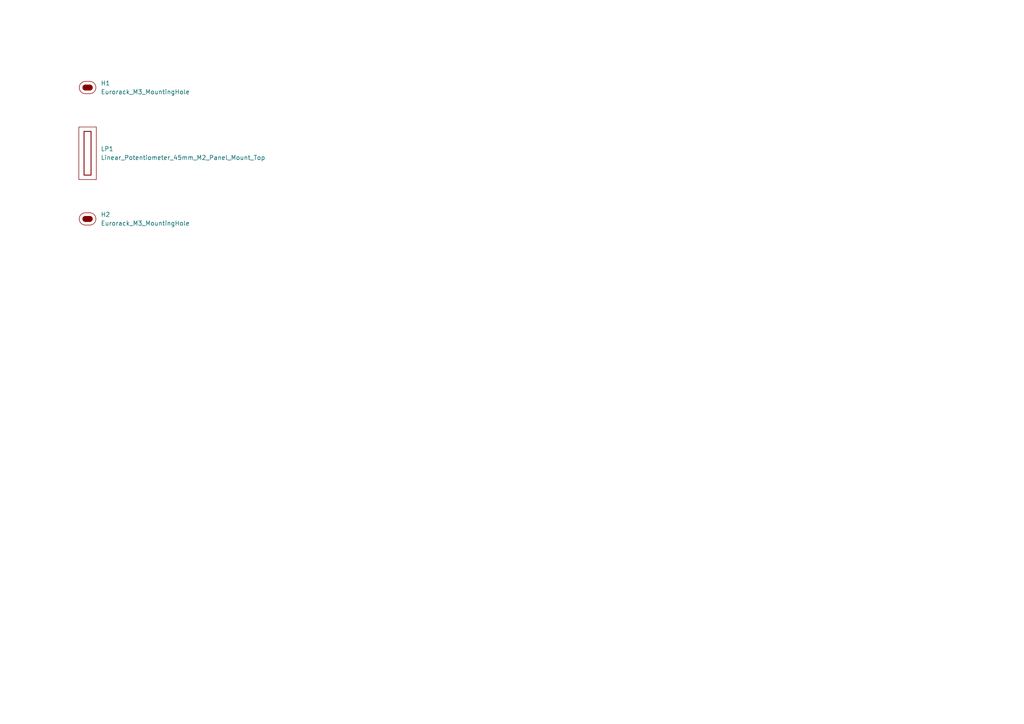
<source format=kicad_sch>
(kicad_sch (version 20250114) (generator "eeschema") (generator_version "9.0")
  (paper "A4")
  (lib_symbols
    (symbol "EXC:Eurorack_M3_MountingHole" (pin_names (offset 1.016))
      (property "Reference" "H" (at 0 5.08 0))
      (property "Value" "Eurorack_M3_MountingHole" (at 0 3.175 0))
      (symbol "Eurorack_M3_MountingHole_0_1"
        (polyline (pts (xy -0.635 0.762) (xy 0.635 0.762)))
        (circle (center -0.635 0) (radius 0.762) (fill (type outline)))
        (arc (start -0.635 -0.762) (mid -1.397 0) (end -0.635 0.762))
        (arc (start -0.635 -1.778) (mid -2.413 0) (end -0.635 1.778))
        (polyline (pts (xy -0.635 -0.762) (xy 0.635 -0.762)))
        (polyline (pts (xy -0.635 -1.778) (xy 0.635 -1.778)))
        (circle (center 0 0) (radius 0.762) (fill (type outline)))
        (polyline (pts (xy 0.635 1.778) (xy -0.635 1.778)))
        (arc (start 0.6141 1.778) (mid 2.4131 0) (end 0.6141 -1.778))
        (arc (start 0.6227 0.762) (mid 1.3971 0) (end 0.6227 -0.762))
        (circle (center 0.635 0) (radius 0.762) (fill (type outline)))
      )
    )
    (symbol "EXC:Linear_Potentiometer_45mm_M2_Panel_Mount_Top" (pin_numbers (hide yes)) (pin_names (offset 0))
      (property "Reference" "LP" (at 0 8.636 0))
      (property "Value" "Linear_Potentiometer_45mm_M2_Panel_Mount_Top" (at 0.254 -8.89 0))
      (symbol "Linear_Potentiometer_45mm_M2_Panel_Mount_Top_0_1"
        (rectangle (start -2.54 7.62) (end 2.54 -7.62))
        (rectangle (start -1.016 6.35) (end 1.016 -6.35) (stroke (width 0.254)))
      )
    )
  )
  (symbol (lib_id "EXC:Eurorack_M3_MountingHole") (at 25.4 63.5 0) (unit 1)
    (property "Reference" "H2" (at 29.21 62.2299 0) (effects (justify left)))
    (property "Value" "Eurorack_M3_MountingHole" (at 29.21 64.7699 0) (effects (justify left)))
    (property "Footprint" "EXC:MountingHole_3.2mm_M3" (effects (hide yes)))
    (property "Description" "Mounting Hole without connection" (effects (hide yes)))
  )
  (symbol (lib_id "EXC:Linear_Potentiometer_45mm_M2_Panel_Mount_Top") (at 25.4 44.45 0) (unit 1)
    (property "Reference" "LP1" (at 29.21 43.1799 0) (effects (justify left)))
    (property "Value" "Linear_Potentiometer_45mm_M2_Panel_Mount_Top" (at 29.21 45.7199 0) (effects (justify left)))
    (property "Footprint" "EXC:Linear_Potentiometer_45mm_M2_Panel_Mount_Top" (effects (hide yes)))
    (property "Datasheet" "https://cdn-shop.adafruit.com/product-files/4272/P4272+C13403-001+Data+Sheet+.pdf" (effects (hide yes)))
    (property "Description" "Slide Potentiometer with Knob - 45mm Long - 10KΩ. Panel-mounted with 2x M2 screws, 41mm apart." (effects (hide yes)))
    (property "Source" "https://www.adafruit.com/product/4272" (effects (hide yes)))
  )
  (symbol (lib_id "EXC:Eurorack_M3_MountingHole") (at 25.4 25.4 0) (unit 1)
    (property "Reference" "H1" (at 29.21 24.1299 0) (effects (justify left)))
    (property "Value" "Eurorack_M3_MountingHole" (at 29.21 26.6699 0) (effects (justify left)))
    (property "Footprint" "EXC:MountingHole_3.2mm_M3" (effects (hide yes)))
    (property "Description" "Mounting Hole without connection" (effects (hide yes)))
  )
)
</source>
